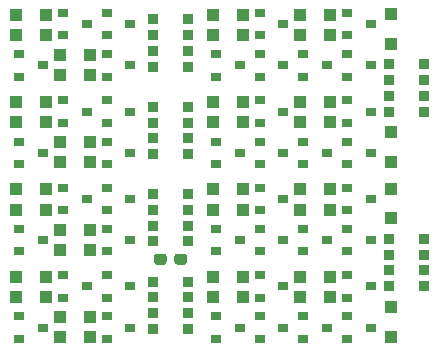
<source format=gtp>
%TF.GenerationSoftware,KiCad,Pcbnew,(5.1.9)-1*%
%TF.CreationDate,2022-08-30T23:25:40+02:00*%
%TF.ProjectId,adder,61646465-722e-46b6-9963-61645f706362,rev?*%
%TF.SameCoordinates,Original*%
%TF.FileFunction,Paste,Top*%
%TF.FilePolarity,Positive*%
%FSLAX46Y46*%
G04 Gerber Fmt 4.6, Leading zero omitted, Abs format (unit mm)*
G04 Created by KiCad (PCBNEW (5.1.9)-1) date 2022-08-30 23:25:40*
%MOMM*%
%LPD*%
G01*
G04 APERTURE LIST*
%ADD10R,0.900000X0.900000*%
%ADD11R,0.900000X0.800000*%
%ADD12R,1.000000X1.000000*%
G04 APERTURE END LIST*
D10*
%TO.C,RN401*%
X168700000Y-85060000D03*
X168700000Y-86400000D03*
X168700000Y-82400000D03*
X168700000Y-83740000D03*
X165700000Y-85060000D03*
X165700000Y-83740000D03*
X165700000Y-86400000D03*
X165700000Y-82400000D03*
%TD*%
D11*
%TO.C,Q410*%
X173050000Y-86300000D03*
X171050000Y-87250000D03*
X171050000Y-85350000D03*
%TD*%
%TO.C,Q409*%
X160100000Y-82800000D03*
X158100000Y-83750000D03*
X158100000Y-81850000D03*
%TD*%
%TO.C,Q408*%
X156400000Y-86300000D03*
X154400000Y-87250000D03*
X154400000Y-85350000D03*
%TD*%
%TO.C,Q407*%
X184150000Y-86300000D03*
X182150000Y-87250000D03*
X182150000Y-85350000D03*
%TD*%
%TO.C,Q406*%
X180450000Y-86300000D03*
X178450000Y-87250000D03*
X178450000Y-85350000D03*
%TD*%
%TO.C,Q405*%
X176750000Y-86300000D03*
X174750000Y-87250000D03*
X174750000Y-85350000D03*
%TD*%
%TO.C,Q404*%
X176750000Y-82800000D03*
X174750000Y-83750000D03*
X174750000Y-81850000D03*
%TD*%
%TO.C,Q403*%
X163800000Y-82800000D03*
X161800000Y-83750000D03*
X161800000Y-81850000D03*
%TD*%
%TO.C,Q402*%
X163800000Y-86300000D03*
X161800000Y-87250000D03*
X161800000Y-85350000D03*
%TD*%
%TO.C,Q401*%
X184150000Y-82800000D03*
X182150000Y-83750000D03*
X182150000Y-81850000D03*
%TD*%
D12*
%TO.C,D409*%
X156650000Y-83700000D03*
X154150000Y-83700000D03*
%TD*%
%TO.C,D408*%
X154150000Y-82000000D03*
X156650000Y-82000000D03*
%TD*%
%TO.C,D407*%
X180700000Y-82000000D03*
X178200000Y-82000000D03*
%TD*%
%TO.C,D406*%
X180700000Y-83700000D03*
X178200000Y-83700000D03*
%TD*%
%TO.C,D405*%
X173300000Y-82000000D03*
X170800000Y-82000000D03*
%TD*%
%TO.C,D404*%
X173300000Y-83700000D03*
X170800000Y-83700000D03*
%TD*%
%TO.C,D403*%
X160350000Y-85400000D03*
X157850000Y-85400000D03*
%TD*%
%TO.C,D402*%
X160350000Y-87100000D03*
X157850000Y-87100000D03*
%TD*%
%TO.C,D401*%
X185900000Y-84450000D03*
X185900000Y-81950000D03*
%TD*%
D10*
%TO.C,RN301*%
X168700000Y-92460000D03*
X168700000Y-93800000D03*
X168700000Y-89800000D03*
X168700000Y-91140000D03*
X165700000Y-92460000D03*
X165700000Y-91140000D03*
X165700000Y-93800000D03*
X165700000Y-89800000D03*
%TD*%
%TO.C,RN2*%
X188700000Y-88860000D03*
X188700000Y-90200000D03*
X188700000Y-86200000D03*
X188700000Y-87540000D03*
X185700000Y-88860000D03*
X185700000Y-87540000D03*
X185700000Y-90200000D03*
X185700000Y-86200000D03*
%TD*%
D11*
%TO.C,Q310*%
X173050000Y-93700000D03*
X171050000Y-94650000D03*
X171050000Y-92750000D03*
%TD*%
%TO.C,Q309*%
X160100000Y-90200000D03*
X158100000Y-91150000D03*
X158100000Y-89250000D03*
%TD*%
%TO.C,Q308*%
X156400000Y-93700000D03*
X154400000Y-94650000D03*
X154400000Y-92750000D03*
%TD*%
%TO.C,Q307*%
X184150000Y-93700000D03*
X182150000Y-94650000D03*
X182150000Y-92750000D03*
%TD*%
%TO.C,Q306*%
X180450000Y-93700000D03*
X178450000Y-94650000D03*
X178450000Y-92750000D03*
%TD*%
%TO.C,Q305*%
X176750000Y-93700000D03*
X174750000Y-94650000D03*
X174750000Y-92750000D03*
%TD*%
%TO.C,Q304*%
X176750000Y-90200000D03*
X174750000Y-91150000D03*
X174750000Y-89250000D03*
%TD*%
%TO.C,Q303*%
X163800000Y-90200000D03*
X161800000Y-91150000D03*
X161800000Y-89250000D03*
%TD*%
%TO.C,Q302*%
X163800000Y-93700000D03*
X161800000Y-94650000D03*
X161800000Y-92750000D03*
%TD*%
%TO.C,Q301*%
X184150000Y-90200000D03*
X182150000Y-91150000D03*
X182150000Y-89250000D03*
%TD*%
D12*
%TO.C,D309*%
X156650000Y-91100000D03*
X154150000Y-91100000D03*
%TD*%
%TO.C,D308*%
X154150000Y-89400000D03*
X156650000Y-89400000D03*
%TD*%
%TO.C,D307*%
X180700000Y-89400000D03*
X178200000Y-89400000D03*
%TD*%
%TO.C,D306*%
X180700000Y-91100000D03*
X178200000Y-91100000D03*
%TD*%
%TO.C,D305*%
X173300000Y-89400000D03*
X170800000Y-89400000D03*
%TD*%
%TO.C,D304*%
X173300000Y-91100000D03*
X170800000Y-91100000D03*
%TD*%
%TO.C,D303*%
X160350000Y-92800000D03*
X157850000Y-92800000D03*
%TD*%
%TO.C,D302*%
X160350000Y-94500000D03*
X157850000Y-94500000D03*
%TD*%
%TO.C,D301*%
X185900000Y-91950000D03*
X185900000Y-94450000D03*
%TD*%
D10*
%TO.C,RN201*%
X168700000Y-99860000D03*
X168700000Y-101200000D03*
X168700000Y-97200000D03*
X168700000Y-98540000D03*
X165700000Y-99860000D03*
X165700000Y-98540000D03*
X165700000Y-101200000D03*
X165700000Y-97200000D03*
%TD*%
D11*
%TO.C,Q210*%
X173050000Y-101100000D03*
X171050000Y-102050000D03*
X171050000Y-100150000D03*
%TD*%
%TO.C,Q209*%
X160100000Y-97600000D03*
X158100000Y-98550000D03*
X158100000Y-96650000D03*
%TD*%
%TO.C,Q208*%
X156400000Y-101100000D03*
X154400000Y-102050000D03*
X154400000Y-100150000D03*
%TD*%
%TO.C,Q207*%
X184150000Y-101100000D03*
X182150000Y-102050000D03*
X182150000Y-100150000D03*
%TD*%
%TO.C,Q206*%
X180450000Y-101100000D03*
X178450000Y-102050000D03*
X178450000Y-100150000D03*
%TD*%
%TO.C,Q205*%
X176750000Y-101100000D03*
X174750000Y-102050000D03*
X174750000Y-100150000D03*
%TD*%
%TO.C,Q204*%
X176750000Y-97600000D03*
X174750000Y-98550000D03*
X174750000Y-96650000D03*
%TD*%
%TO.C,Q203*%
X163800000Y-97600000D03*
X161800000Y-98550000D03*
X161800000Y-96650000D03*
%TD*%
%TO.C,Q202*%
X163800000Y-101100000D03*
X161800000Y-102050000D03*
X161800000Y-100150000D03*
%TD*%
%TO.C,Q201*%
X184150000Y-97600000D03*
X182150000Y-98550000D03*
X182150000Y-96650000D03*
%TD*%
D12*
%TO.C,D209*%
X156650000Y-98500000D03*
X154150000Y-98500000D03*
%TD*%
%TO.C,D208*%
X154150000Y-96800000D03*
X156650000Y-96800000D03*
%TD*%
%TO.C,D207*%
X180700000Y-96800000D03*
X178200000Y-96800000D03*
%TD*%
%TO.C,D206*%
X180700000Y-98500000D03*
X178200000Y-98500000D03*
%TD*%
%TO.C,D205*%
X173300000Y-96800000D03*
X170800000Y-96800000D03*
%TD*%
%TO.C,D204*%
X173300000Y-98500000D03*
X170800000Y-98500000D03*
%TD*%
%TO.C,D203*%
X160350000Y-100200000D03*
X157850000Y-100200000D03*
%TD*%
%TO.C,D202*%
X160350000Y-101900000D03*
X157850000Y-101900000D03*
%TD*%
%TO.C,D201*%
X185900000Y-99250000D03*
X185900000Y-96750000D03*
%TD*%
%TO.C,D6*%
X180700000Y-104200000D03*
X178200000Y-104200000D03*
%TD*%
%TO.C,D4*%
X173300000Y-104200000D03*
X170800000Y-104200000D03*
%TD*%
D11*
%TO.C,Q2*%
X163800000Y-105000000D03*
X161800000Y-105950000D03*
X161800000Y-104050000D03*
%TD*%
D12*
%TO.C,D8*%
X156650000Y-105900000D03*
X154150000Y-105900000D03*
%TD*%
%TO.C,D7*%
X154150000Y-104200000D03*
X156650000Y-104200000D03*
%TD*%
%TO.C,D5*%
X180700000Y-105900000D03*
X178200000Y-105900000D03*
%TD*%
%TO.C,D3*%
X173300000Y-105900000D03*
X170800000Y-105900000D03*
%TD*%
%TO.C,D2*%
X160350000Y-107600000D03*
X157850000Y-107600000D03*
%TD*%
%TO.C,D1*%
X160350000Y-109300000D03*
X157850000Y-109300000D03*
%TD*%
%TO.C,D0*%
X185900000Y-106750000D03*
X185900000Y-109250000D03*
%TD*%
D10*
%TO.C,RN1*%
X188700000Y-103660000D03*
X188700000Y-105000000D03*
X188700000Y-101000000D03*
X188700000Y-102340000D03*
X185700000Y-103660000D03*
X185700000Y-102340000D03*
X185700000Y-105000000D03*
X185700000Y-101000000D03*
%TD*%
%TO.C,RN0*%
X168700000Y-107260000D03*
X168700000Y-108600000D03*
X168700000Y-104600000D03*
X168700000Y-105940000D03*
X165700000Y-107260000D03*
X165700000Y-105940000D03*
X165700000Y-108600000D03*
X165700000Y-104600000D03*
%TD*%
D11*
%TO.C,Q9*%
X173050000Y-108500000D03*
X171050000Y-109450000D03*
X171050000Y-107550000D03*
%TD*%
%TO.C,Q8*%
X160100000Y-105000000D03*
X158100000Y-105950000D03*
X158100000Y-104050000D03*
%TD*%
%TO.C,Q7*%
X156400000Y-108500000D03*
X154400000Y-109450000D03*
X154400000Y-107550000D03*
%TD*%
%TO.C,Q6*%
X184150000Y-108500000D03*
X182150000Y-109450000D03*
X182150000Y-107550000D03*
%TD*%
%TO.C,Q5*%
X180450000Y-108500000D03*
X178450000Y-109450000D03*
X178450000Y-107550000D03*
%TD*%
%TO.C,Q4*%
X176750000Y-108500000D03*
X174750000Y-109450000D03*
X174750000Y-107550000D03*
%TD*%
%TO.C,Q3*%
X176750000Y-105000000D03*
X174750000Y-105950000D03*
X174750000Y-104050000D03*
%TD*%
%TO.C,Q1*%
X163800000Y-108500000D03*
X161800000Y-109450000D03*
X161800000Y-107550000D03*
%TD*%
%TO.C,Q0*%
X184150000Y-105000000D03*
X182150000Y-105950000D03*
X182150000Y-104050000D03*
%TD*%
%TO.C,C0*%
G36*
G01*
X167525000Y-102937500D02*
X167525000Y-102462500D01*
G75*
G02*
X167762500Y-102225000I237500J0D01*
G01*
X168362500Y-102225000D01*
G75*
G02*
X168600000Y-102462500I0J-237500D01*
G01*
X168600000Y-102937500D01*
G75*
G02*
X168362500Y-103175000I-237500J0D01*
G01*
X167762500Y-103175000D01*
G75*
G02*
X167525000Y-102937500I0J237500D01*
G01*
G37*
G36*
G01*
X165800000Y-102937500D02*
X165800000Y-102462500D01*
G75*
G02*
X166037500Y-102225000I237500J0D01*
G01*
X166637500Y-102225000D01*
G75*
G02*
X166875000Y-102462500I0J-237500D01*
G01*
X166875000Y-102937500D01*
G75*
G02*
X166637500Y-103175000I-237500J0D01*
G01*
X166037500Y-103175000D01*
G75*
G02*
X165800000Y-102937500I0J237500D01*
G01*
G37*
%TD*%
M02*

</source>
